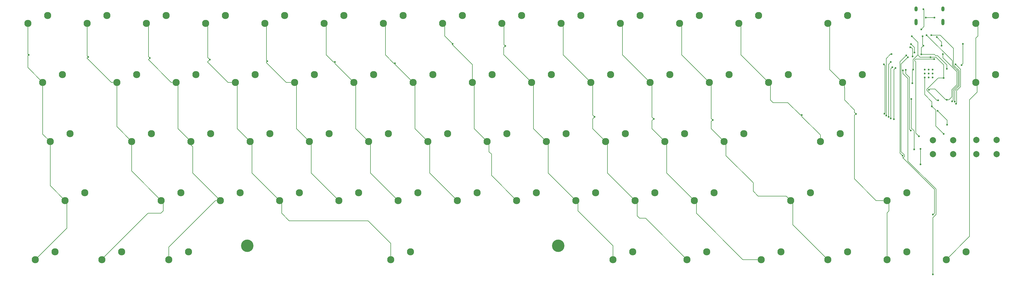
<source format=gbr>
%TF.GenerationSoftware,KiCad,Pcbnew,8.0.2*%
%TF.CreationDate,2024-06-04T18:26:38-07:00*%
%TF.ProjectId,keyboard_pcb,6b657962-6f61-4726-945f-7063622e6b69,1.0*%
%TF.SameCoordinates,Original*%
%TF.FileFunction,Copper,L1,Top*%
%TF.FilePolarity,Positive*%
%FSLAX46Y46*%
G04 Gerber Fmt 4.6, Leading zero omitted, Abs format (unit mm)*
G04 Created by KiCad (PCBNEW 8.0.2) date 2024-06-04 18:26:38*
%MOMM*%
%LPD*%
G01*
G04 APERTURE LIST*
%TA.AperFunction,ComponentPad*%
%ADD10C,2.300000*%
%TD*%
%TA.AperFunction,ComponentPad*%
%ADD11C,4.000000*%
%TD*%
%TA.AperFunction,ComponentPad*%
%ADD12C,0.600000*%
%TD*%
%TA.AperFunction,ComponentPad*%
%ADD13C,2.000000*%
%TD*%
%TA.AperFunction,ComponentPad*%
%ADD14O,1.000000X1.600000*%
%TD*%
%TA.AperFunction,ComponentPad*%
%ADD15O,1.000000X2.100000*%
%TD*%
%TA.AperFunction,ViaPad*%
%ADD16C,0.600000*%
%TD*%
%TA.AperFunction,Conductor*%
%ADD17C,0.200000*%
%TD*%
G04 APERTURE END LIST*
D10*
%TO.P,MX11,1,1*%
%TO.N,COL_11*%
X247477500Y-102816250D03*
%TO.P,MX11,2,2*%
%TO.N,Net-(D11-A)*%
X253827500Y-100276250D03*
%TD*%
%TO.P,MX18,1,1*%
%TO.N,COL_3*%
X104602500Y-121866250D03*
%TO.P,MX18,2,2*%
%TO.N,Net-(D18-A)*%
X110952500Y-119326250D03*
%TD*%
%TO.P,MX8,1,1*%
%TO.N,COL_8*%
X190327500Y-102816250D03*
%TO.P,MX8,2,2*%
%TO.N,Net-(D8-A)*%
X196677500Y-100276250D03*
%TD*%
%TO.P,MX65,1,1*%
%TO.N,COL_14*%
X333202500Y-179016250D03*
%TO.P,MX65,2,2*%
%TO.N,Net-(D65-A)*%
X339552500Y-176476250D03*
%TD*%
%TO.P,MX29,1,1*%
%TO.N,COL_14*%
X318915000Y-121866250D03*
%TO.P,MX29,2,2*%
%TO.N,Net-(D29-A)*%
X325265000Y-119326250D03*
%TD*%
%TO.P,MX14,1,1*%
%TO.N,COL_14*%
X314152500Y-102816250D03*
%TO.P,MX14,2,2*%
%TO.N,Net-(D14-A)*%
X320502500Y-100276250D03*
%TD*%
%TO.P,MX43,1,1*%
%TO.N,COL_13*%
X311771250Y-140916250D03*
%TO.P,MX43,2,2*%
%TO.N,Net-(D43-A)*%
X318121250Y-138376250D03*
%TD*%
%TO.P,MX48,1,1*%
%TO.N,COL_5*%
X156990000Y-159966250D03*
%TO.P,MX48,2,2*%
%TO.N,Net-(D48-A)*%
X163340000Y-157426250D03*
%TD*%
%TO.P,MX15,1,1*%
%TO.N,COL_15*%
X361777500Y-102816250D03*
%TO.P,MX15,2,2*%
%TO.N,Net-(D15-A)*%
X368127500Y-100276250D03*
%TD*%
%TO.P,MX49,1,1*%
%TO.N,COL_6*%
X176040000Y-159966250D03*
%TO.P,MX49,2,2*%
%TO.N,Net-(D49-A)*%
X182390000Y-157426250D03*
%TD*%
%TO.P,MX59,1,1*%
%TO.N,COL_3*%
X102221250Y-179016250D03*
%TO.P,MX59,2,2*%
%TO.N,Net-(D59-A)*%
X108571250Y-176476250D03*
%TD*%
%TO.P,MX3,1,1*%
%TO.N,COL_3*%
X95077500Y-102816250D03*
%TO.P,MX3,2,2*%
%TO.N,Net-(D3-A)*%
X101427500Y-100276250D03*
%TD*%
D11*
%TO.P,S5,*%
%TO.N,*%
X127462500Y-174571250D03*
X227475000Y-174571250D03*
%TD*%
D10*
%TO.P,MX55,1,1*%
%TO.N,COL_12*%
X302246250Y-159966250D03*
%TO.P,MX55,2,2*%
%TO.N,Net-(D55-A)*%
X308596250Y-157426250D03*
%TD*%
%TO.P,MX27,1,1*%
%TO.N,COL_12*%
X276052500Y-121866250D03*
%TO.P,MX27,2,2*%
%TO.N,Net-(D27-A)*%
X282402500Y-119326250D03*
%TD*%
%TO.P,MX50,1,1*%
%TO.N,COL_7*%
X195090000Y-159966250D03*
%TO.P,MX50,2,2*%
%TO.N,Net-(D50-A)*%
X201440000Y-157426250D03*
%TD*%
%TO.P,MX25,1,1*%
%TO.N,COL_10*%
X237952500Y-121866250D03*
%TO.P,MX25,2,2*%
%TO.N,Net-(D25-A)*%
X244302500Y-119326250D03*
%TD*%
%TO.P,MX7,1,1*%
%TO.N,COL_7*%
X171277500Y-102816250D03*
%TO.P,MX7,2,2*%
%TO.N,Net-(D7-A)*%
X177627500Y-100276250D03*
%TD*%
%TO.P,MX61,1,1*%
%TO.N,COL_9*%
X245096250Y-179016250D03*
%TO.P,MX61,2,2*%
%TO.N,Net-(D61-A)*%
X251446250Y-176476250D03*
%TD*%
%TO.P,MX36,1,1*%
%TO.N,COL_6*%
X166515000Y-140916250D03*
%TO.P,MX36,2,2*%
%TO.N,Net-(D36-A)*%
X172865000Y-138376250D03*
%TD*%
%TO.P,MX1,1,1*%
%TO.N,COL_1*%
X56977500Y-102816250D03*
%TO.P,MX1,2,2*%
%TO.N,Net-(D1-A)*%
X63327500Y-100276250D03*
%TD*%
%TO.P,MX35,1,1*%
%TO.N,COL_5*%
X147465000Y-140916250D03*
%TO.P,MX35,2,2*%
%TO.N,Net-(D35-A)*%
X153815000Y-138376250D03*
%TD*%
%TO.P,MX52,1,1*%
%TO.N,COL_9*%
X233190000Y-159966250D03*
%TO.P,MX52,2,2*%
%TO.N,Net-(D52-A)*%
X239540000Y-157426250D03*
%TD*%
%TO.P,MX20,1,1*%
%TO.N,COL_5*%
X142702500Y-121866250D03*
%TO.P,MX20,2,2*%
%TO.N,Net-(D20-A)*%
X149052500Y-119326250D03*
%TD*%
%TO.P,MX31,1,1*%
%TO.N,COL_1*%
X64121250Y-140916250D03*
%TO.P,MX31,2,2*%
%TO.N,Net-(D31-A)*%
X70471250Y-138376250D03*
%TD*%
%TO.P,MX4,1,1*%
%TO.N,COL_4*%
X114127500Y-102816250D03*
%TO.P,MX4,2,2*%
%TO.N,Net-(D4-A)*%
X120477500Y-100276250D03*
%TD*%
%TO.P,MX19,1,1*%
%TO.N,COL_4*%
X123652500Y-121866250D03*
%TO.P,MX19,2,2*%
%TO.N,Net-(D19-A)*%
X130002500Y-119326250D03*
%TD*%
%TO.P,MX34,1,1*%
%TO.N,COL_4*%
X128415000Y-140916250D03*
%TO.P,MX34,2,2*%
%TO.N,Net-(D34-A)*%
X134765000Y-138376250D03*
%TD*%
%TO.P,MX46,1,1*%
%TO.N,COL_3*%
X118890000Y-159966250D03*
%TO.P,MX46,2,2*%
%TO.N,Net-(D46-A)*%
X125240000Y-157426250D03*
%TD*%
%TO.P,MX53,1,1*%
%TO.N,COL_10*%
X252240000Y-159966250D03*
%TO.P,MX53,2,2*%
%TO.N,Net-(D53-A)*%
X258590000Y-157426250D03*
%TD*%
%TO.P,MX16,1,1*%
%TO.N,COL_1*%
X61740000Y-121866250D03*
%TO.P,MX16,2,2*%
%TO.N,Net-(D16-A)*%
X68090000Y-119326250D03*
%TD*%
%TO.P,MX38,1,1*%
%TO.N,COL_8*%
X204615000Y-140916250D03*
%TO.P,MX38,2,2*%
%TO.N,Net-(D38-A)*%
X210965000Y-138376250D03*
%TD*%
%TO.P,MX64,1,1*%
%TO.N,COL_12*%
X314152500Y-179016250D03*
%TO.P,MX64,2,2*%
%TO.N,Net-(D64-A)*%
X320502500Y-176476250D03*
%TD*%
%TO.P,MX41,1,1*%
%TO.N,COL_11*%
X261765000Y-140916250D03*
%TO.P,MX41,2,2*%
%TO.N,Net-(D41-A)*%
X268115000Y-138376250D03*
%TD*%
%TO.P,MX21,1,1*%
%TO.N,COL_6*%
X161752500Y-121866250D03*
%TO.P,MX21,2,2*%
%TO.N,Net-(D21-A)*%
X168102500Y-119326250D03*
%TD*%
%TO.P,MX56,1,1*%
%TO.N,COL_14*%
X333202500Y-159966250D03*
%TO.P,MX56,2,2*%
%TO.N,Net-(D56-A)*%
X339552500Y-157426250D03*
%TD*%
%TO.P,MX23,1,1*%
%TO.N,COL_8*%
X199852500Y-121866250D03*
%TO.P,MX23,2,2*%
%TO.N,Net-(D23-A)*%
X206202500Y-119326250D03*
%TD*%
%TO.P,MX51,1,1*%
%TO.N,COL_8*%
X214140000Y-159966250D03*
%TO.P,MX51,2,2*%
%TO.N,Net-(D51-A)*%
X220490000Y-157426250D03*
%TD*%
%TO.P,MX58,1,1*%
%TO.N,COL_2*%
X80790000Y-179016250D03*
%TO.P,MX58,2,2*%
%TO.N,Net-(D58-A)*%
X87140000Y-176476250D03*
%TD*%
%TO.P,MX40,1,1*%
%TO.N,COL_10*%
X242715000Y-140916250D03*
%TO.P,MX40,2,2*%
%TO.N,Net-(D40-A)*%
X249065000Y-138376250D03*
%TD*%
%TO.P,MX32,1,1*%
%TO.N,COL_2*%
X90315000Y-140916250D03*
%TO.P,MX32,2,2*%
%TO.N,Net-(D32-A)*%
X96665000Y-138376250D03*
%TD*%
%TO.P,MX5,1,1*%
%TO.N,COL_5*%
X133177500Y-102816250D03*
%TO.P,MX5,2,2*%
%TO.N,Net-(D5-A)*%
X139527500Y-100276250D03*
%TD*%
%TO.P,MX10,1,1*%
%TO.N,COL_10*%
X228427500Y-102816250D03*
%TO.P,MX10,2,2*%
%TO.N,Net-(D10-A)*%
X234777500Y-100276250D03*
%TD*%
%TO.P,MX66,1,1*%
%TO.N,COL_15*%
X352252500Y-179016250D03*
%TO.P,MX66,2,2*%
%TO.N,Net-(D66-A)*%
X358602500Y-176476250D03*
%TD*%
%TO.P,MX33,1,1*%
%TO.N,COL_3*%
X109365000Y-140916250D03*
%TO.P,MX33,2,2*%
%TO.N,Net-(D33-A)*%
X115715000Y-138376250D03*
%TD*%
%TO.P,MX44,1,1*%
%TO.N,COL_1*%
X68883750Y-159966250D03*
%TO.P,MX44,2,2*%
%TO.N,Net-(D44-A)*%
X75233750Y-157426250D03*
%TD*%
%TO.P,MX30,1,1*%
%TO.N,COL_15*%
X361777500Y-121866250D03*
%TO.P,MX30,2,2*%
%TO.N,Net-(D30-A)*%
X368127500Y-119326250D03*
%TD*%
%TO.P,MX12,1,1*%
%TO.N,COL_12*%
X266527500Y-102816250D03*
%TO.P,MX12,2,2*%
%TO.N,Net-(D12-A)*%
X272877500Y-100276250D03*
%TD*%
%TO.P,MX63,1,1*%
%TO.N,COL_11*%
X292721250Y-179016250D03*
%TO.P,MX63,2,2*%
%TO.N,Net-(D63-A)*%
X299071250Y-176476250D03*
%TD*%
%TO.P,MX6,1,1*%
%TO.N,COL_6*%
X152227500Y-102816250D03*
%TO.P,MX6,2,2*%
%TO.N,Net-(D6-A)*%
X158577500Y-100276250D03*
%TD*%
%TO.P,MX17,1,1*%
%TO.N,COL_2*%
X85552500Y-121866250D03*
%TO.P,MX17,2,2*%
%TO.N,Net-(D17-A)*%
X91902500Y-119326250D03*
%TD*%
%TO.P,MX54,1,1*%
%TO.N,COL_11*%
X271290000Y-159966250D03*
%TO.P,MX54,2,2*%
%TO.N,Net-(D54-A)*%
X277640000Y-157426250D03*
%TD*%
%TO.P,MX26,1,1*%
%TO.N,COL_11*%
X257002500Y-121866250D03*
%TO.P,MX26,2,2*%
%TO.N,Net-(D26-A)*%
X263352500Y-119326250D03*
%TD*%
%TO.P,MX22,1,1*%
%TO.N,COL_7*%
X180802500Y-121866250D03*
%TO.P,MX22,2,2*%
%TO.N,Net-(D22-A)*%
X187152500Y-119326250D03*
%TD*%
%TO.P,MX47,1,1*%
%TO.N,COL_4*%
X137940000Y-159966250D03*
%TO.P,MX47,2,2*%
%TO.N,Net-(D47-A)*%
X144290000Y-157426250D03*
%TD*%
%TO.P,MX13,1,1*%
%TO.N,COL_13*%
X285577500Y-102816250D03*
%TO.P,MX13,2,2*%
%TO.N,Net-(D13-A)*%
X291927500Y-100276250D03*
%TD*%
%TO.P,MX62,1,1*%
%TO.N,COL_10*%
X268908750Y-179016250D03*
%TO.P,MX62,2,2*%
%TO.N,Net-(D62-A)*%
X275258750Y-176476250D03*
%TD*%
%TO.P,MX60,1,1*%
%TO.N,COL_4*%
X173658750Y-179016250D03*
%TO.P,MX60,2,2*%
%TO.N,Net-(D60-A)*%
X180008750Y-176476250D03*
%TD*%
%TO.P,MX28,1,1*%
%TO.N,COL_13*%
X295102500Y-121866250D03*
%TO.P,MX28,2,2*%
%TO.N,Net-(D28-A)*%
X301452500Y-119326250D03*
%TD*%
%TO.P,MX45,1,1*%
%TO.N,COL_2*%
X99840000Y-159966250D03*
%TO.P,MX45,2,2*%
%TO.N,Net-(D45-A)*%
X106190000Y-157426250D03*
%TD*%
%TO.P,MX2,1,1*%
%TO.N,COL_2*%
X76027500Y-102816250D03*
%TO.P,MX2,2,2*%
%TO.N,Net-(D2-A)*%
X82377500Y-100276250D03*
%TD*%
%TO.P,MX24,1,1*%
%TO.N,COL_9*%
X218902500Y-121866250D03*
%TO.P,MX24,2,2*%
%TO.N,Net-(D24-A)*%
X225252500Y-119326250D03*
%TD*%
%TO.P,MX9,1,1*%
%TO.N,COL_9*%
X209377500Y-102816250D03*
%TO.P,MX9,2,2*%
%TO.N,Net-(D9-A)*%
X215727500Y-100276250D03*
%TD*%
%TO.P,MX57,1,1*%
%TO.N,COL_1*%
X59358750Y-179016250D03*
%TO.P,MX57,2,2*%
%TO.N,Net-(D57-A)*%
X65708750Y-176476250D03*
%TD*%
%TO.P,MX42,1,1*%
%TO.N,COL_12*%
X280815000Y-140916250D03*
%TO.P,MX42,2,2*%
%TO.N,Net-(D42-A)*%
X287165000Y-138376250D03*
%TD*%
%TO.P,MX37,1,1*%
%TO.N,COL_7*%
X185565000Y-140916250D03*
%TO.P,MX37,2,2*%
%TO.N,Net-(D37-A)*%
X191915000Y-138376250D03*
%TD*%
%TO.P,MX39,1,1*%
%TO.N,COL_9*%
X223665000Y-140916250D03*
%TO.P,MX39,2,2*%
%TO.N,Net-(D39-A)*%
X230015000Y-138376250D03*
%TD*%
D12*
%TO.P,U3,57,GND*%
%TO.N,GND*%
X345337500Y-117743750D03*
X345337500Y-119018750D03*
X345337500Y-120293750D03*
X346612500Y-117743750D03*
X346612500Y-119018750D03*
X346612500Y-120293750D03*
X347887500Y-117743750D03*
X347887500Y-119018750D03*
X347887500Y-120293750D03*
%TD*%
D13*
%TO.P,SW2,1,1*%
%TO.N,GND*%
X368450000Y-140468750D03*
X361950000Y-140468750D03*
%TO.P,SW2,2,2*%
%TO.N,Net-(U3-RUN)*%
X368450000Y-144968750D03*
X361950000Y-144968750D03*
%TD*%
%TO.P,SW1,1,1*%
%TO.N,GND*%
X354450000Y-140518750D03*
X347950000Y-140518750D03*
%TO.P,SW1,2,2*%
%TO.N,Net-(R4-Pad1)*%
X354450000Y-145018750D03*
X347950000Y-145018750D03*
%TD*%
D14*
%TO.P,J1,S1,SHIELD*%
%TO.N,GND*%
X342568750Y-98212500D03*
D15*
X342568750Y-102392500D03*
D14*
X351208750Y-98212500D03*
D15*
X351208750Y-102392500D03*
%TD*%
D16*
%TO.N,GND*%
X344950000Y-98268750D03*
X344200000Y-104768750D03*
X344950000Y-110018750D03*
X352450000Y-117518750D03*
X351450000Y-138518750D03*
X347650000Y-129618750D03*
X350749289Y-110004030D03*
X349200000Y-107268750D03*
X344250000Y-112868750D03*
X344700000Y-107018750D03*
%TO.N,Net-(U1-VI)*%
X345700000Y-101018750D03*
X348450000Y-101018750D03*
%TO.N,Net-(U3-VREG_VOUT)*%
X352450000Y-127518750D03*
X351158795Y-112709955D03*
X346700000Y-124268750D03*
%TO.N,ROW_1*%
X357200000Y-116268750D03*
X357650000Y-109418750D03*
%TO.N,COL_1*%
X57200000Y-113018750D03*
%TO.N,COL_2*%
X76325000Y-113643750D03*
%TO.N,COL_3*%
X96200000Y-114018750D03*
%TO.N,COL_4*%
X115450000Y-114518750D03*
%TO.N,COL_5*%
X133950000Y-115018750D03*
%TO.N,COL_6*%
X155700000Y-115268750D03*
%TO.N,COL_7*%
X174950000Y-115668750D03*
%TO.N,COL_8*%
X193493750Y-109475000D03*
X340950000Y-109568750D03*
X342050000Y-112268750D03*
%TO.N,COL_9*%
X340700000Y-110518750D03*
X210450000Y-110118750D03*
X341450000Y-113518750D03*
%TO.N,COL_10*%
X334450000Y-115268750D03*
X239200000Y-133018750D03*
X333700000Y-133018750D03*
%TO.N,COL_11*%
X334450000Y-133518750D03*
X334950000Y-117018750D03*
X258200000Y-133618750D03*
%TO.N,COL_12*%
X335950000Y-117268750D03*
X277200000Y-134018750D03*
X335450000Y-133768750D03*
%TO.N,COL_13*%
X332950000Y-132519670D03*
X305818750Y-132418750D03*
X334700000Y-112768750D03*
%TO.N,COL_14*%
X332200000Y-116018750D03*
X332350000Y-131953463D03*
X323200000Y-132018750D03*
%TO.N,COL_15*%
X340850000Y-137418750D03*
X339250000Y-117818750D03*
%TO.N,Net-(U3-USB_DP)*%
X347450000Y-106668750D03*
X354950000Y-128094053D03*
%TO.N,Net-(U2-~{CS})*%
X341050000Y-127218750D03*
X341925000Y-143518750D03*
%TO.N,Net-(U3-USB_DM)*%
X354150000Y-128018750D03*
X345958060Y-106660690D03*
%TO.N,Net-(U3-RUN)*%
X343450000Y-139218750D03*
X343950000Y-148268750D03*
X348351471Y-114367279D03*
X343950000Y-143268750D03*
%TO.N,ROW_5*%
X338350000Y-118018750D03*
X347950000Y-183768750D03*
%TO.N,ROW_3*%
X339384313Y-113203063D03*
X338200000Y-145518750D03*
%TO.N,ROW_4*%
X339950000Y-113768750D03*
X347950000Y-164518750D03*
%TO.N,3v3*%
X341350000Y-122118750D03*
X349450000Y-131018750D03*
X352500000Y-135518750D03*
X347200000Y-113768750D03*
X341605619Y-117763131D03*
X341200000Y-107018750D03*
X351450000Y-120418750D03*
X349634506Y-127611246D03*
%TO.N,ROW_2*%
X355450000Y-128718750D03*
X355200000Y-116018750D03*
%TD*%
D17*
%TO.N,GND*%
X344200000Y-104768750D02*
X345100000Y-103868750D01*
X344250000Y-112868750D02*
X344250000Y-110718750D01*
X344700000Y-109768750D02*
X344700000Y-107018750D01*
X348801471Y-113218750D02*
X349450000Y-113218750D01*
X347650000Y-129618750D02*
X348850000Y-130818750D01*
X347650000Y-128118750D02*
X345337500Y-125806250D01*
X349450000Y-113218750D02*
X352450000Y-116218750D01*
X348850000Y-130818750D02*
X348850000Y-135918750D01*
X344250000Y-110718750D02*
X344950000Y-110018750D01*
X348451471Y-112868750D02*
X348801471Y-113218750D01*
X350749289Y-108818039D02*
X349200000Y-107268750D01*
X348850000Y-135918750D02*
X351450000Y-138518750D01*
X350749289Y-110004030D02*
X350749289Y-108818039D01*
X345100000Y-103868750D02*
X345100000Y-98418750D01*
X352450000Y-116218750D02*
X352450000Y-117518750D01*
X345100000Y-98418750D02*
X344950000Y-98268750D01*
X344250000Y-112868750D02*
X348451471Y-112868750D01*
X347650000Y-129618750D02*
X347650000Y-128118750D01*
X345337500Y-125806250D02*
X345337500Y-120293750D01*
X344950000Y-110018750D02*
X344700000Y-109768750D01*
%TO.N,Net-(U1-VI)*%
X345700000Y-101018750D02*
X348450000Y-101018750D01*
%TO.N,Net-(U3-VREG_VOUT)*%
X355650000Y-118448651D02*
X355650000Y-122687378D01*
X352150000Y-127518750D02*
X348650000Y-124018750D01*
X354084314Y-126584436D02*
X353150000Y-127518750D01*
X348650000Y-124018750D02*
X346950000Y-124018750D01*
X351158795Y-113957446D02*
X355650000Y-118448651D01*
X354084314Y-124253064D02*
X354084314Y-126584436D01*
X355650000Y-122687378D02*
X354084314Y-124253064D01*
X351158795Y-112709955D02*
X351158795Y-113957446D01*
X353150000Y-127518750D02*
X352450000Y-127518750D01*
X352450000Y-127518750D02*
X352150000Y-127518750D01*
X346950000Y-124018750D02*
X346700000Y-124268750D01*
%TO.N,ROW_1*%
X357650000Y-109418750D02*
X357650000Y-115818750D01*
X357650000Y-115818750D02*
X357200000Y-116268750D01*
%TO.N,COL_1*%
X61740000Y-138535000D02*
X64121250Y-140916250D01*
X57200000Y-113018750D02*
X56977500Y-113241250D01*
X61740000Y-121866250D02*
X61740000Y-138535000D01*
X56977500Y-113241250D02*
X56977500Y-117103750D01*
X56977500Y-102816250D02*
X56977500Y-112796250D01*
X68883750Y-159966250D02*
X69518750Y-160601250D01*
X69518750Y-168856250D02*
X59358750Y-179016250D01*
X64121250Y-140916250D02*
X64121250Y-155203750D01*
X56977500Y-117103750D02*
X61740000Y-121866250D01*
X64121250Y-155203750D02*
X68883750Y-159966250D01*
X69518750Y-160601250D02*
X69518750Y-168856250D01*
X56977500Y-112796250D02*
X57200000Y-113018750D01*
%TO.N,COL_2*%
X100475000Y-163300000D02*
X99681250Y-164093750D01*
X85552500Y-136153750D02*
X90315000Y-140916250D01*
X80790000Y-178900000D02*
X80790000Y-179016250D01*
X90315000Y-140916250D02*
X90315000Y-150441250D01*
X99681250Y-164093750D02*
X95596250Y-164093750D01*
X75950000Y-114018750D02*
X83797500Y-121866250D01*
X76027500Y-113346250D02*
X76027500Y-102816250D01*
X90315000Y-150441250D02*
X99840000Y-159966250D01*
X95596250Y-164093750D02*
X80790000Y-178900000D01*
X76325000Y-113643750D02*
X76027500Y-113346250D01*
X76325000Y-113643750D02*
X75950000Y-114018750D01*
X83797500Y-121866250D02*
X85552500Y-121866250D01*
X85552500Y-121866250D02*
X85552500Y-136153750D01*
X100475000Y-160601250D02*
X100475000Y-163300000D01*
X99840000Y-159966250D02*
X100475000Y-160601250D01*
%TO.N,COL_3*%
X109365000Y-140916250D02*
X109365000Y-142027500D01*
X110000000Y-151076250D02*
X118890000Y-159966250D01*
X95700000Y-114518750D02*
X103047500Y-121866250D01*
X96200000Y-114018750D02*
X95700000Y-114518750D01*
X104602500Y-121866250D02*
X104602500Y-122183750D01*
X95712500Y-112976250D02*
X95712500Y-113531250D01*
X109365000Y-142027500D02*
X110000000Y-142662500D01*
X102221250Y-175008655D02*
X102221250Y-179016250D01*
X117263655Y-159966250D02*
X102221250Y-175008655D01*
X105237500Y-136788750D02*
X109365000Y-140916250D01*
X105237500Y-122818750D02*
X105237500Y-136788750D01*
X95712500Y-113531250D02*
X96200000Y-114018750D01*
X110000000Y-142662500D02*
X110000000Y-151076250D01*
X103047500Y-121866250D02*
X104602500Y-121866250D01*
X95077500Y-102816250D02*
X95712500Y-103451250D01*
X104602500Y-122183750D02*
X105237500Y-122818750D01*
X95712500Y-103451250D02*
X95712500Y-112976250D01*
X118890000Y-159966250D02*
X117263655Y-159966250D01*
%TO.N,COL_4*%
X123652500Y-122183750D02*
X124287500Y-122818750D01*
X173658750Y-173777500D02*
X173658750Y-179016250D01*
X115450000Y-114518750D02*
X114700000Y-115268750D01*
X140956250Y-166475000D02*
X166356250Y-166475000D01*
X121297500Y-121866250D02*
X123652500Y-121866250D01*
X123652500Y-121866250D02*
X123652500Y-122183750D01*
X114127500Y-102816250D02*
X114762500Y-103451250D01*
X129050000Y-141551250D02*
X129050000Y-151076250D01*
X129050000Y-151076250D02*
X137940000Y-159966250D01*
X124287500Y-136788750D02*
X128415000Y-140916250D01*
X114762500Y-113831250D02*
X115450000Y-114518750D01*
X124287500Y-122818750D02*
X124287500Y-136788750D01*
X114762500Y-103451250D02*
X114762500Y-113831250D01*
X128415000Y-140916250D02*
X129050000Y-141551250D01*
X166356250Y-166475000D02*
X173658750Y-173777500D01*
X138575000Y-160601250D02*
X138575000Y-164093750D01*
X114700000Y-115268750D02*
X121297500Y-121866250D01*
X138575000Y-164093750D02*
X140956250Y-166475000D01*
X137940000Y-159966250D02*
X138575000Y-160601250D01*
%TO.N,COL_5*%
X147465000Y-141233750D02*
X148100000Y-141868750D01*
X133700000Y-115268750D02*
X133700000Y-115518750D01*
X133950000Y-115018750D02*
X133700000Y-115268750D01*
X133700000Y-114768750D02*
X133950000Y-115018750D01*
X133700000Y-115518750D02*
X140047500Y-121866250D01*
X147465000Y-140916250D02*
X147465000Y-141233750D01*
X140047500Y-121866250D02*
X142702500Y-121866250D01*
X143337500Y-122818750D02*
X143337500Y-136788750D01*
X142702500Y-122183750D02*
X143337500Y-122818750D01*
X133177500Y-102816250D02*
X133812500Y-103451250D01*
X133177500Y-102816250D02*
X133700000Y-103338750D01*
X148100000Y-141868750D02*
X148100000Y-151076250D01*
X143337500Y-136788750D02*
X147465000Y-140916250D01*
X133700000Y-103338750D02*
X133700000Y-114768750D01*
X148100000Y-151076250D02*
X156990000Y-159966250D01*
X142702500Y-121866250D02*
X142702500Y-122183750D01*
%TO.N,COL_6*%
X167150000Y-151076250D02*
X176040000Y-159966250D01*
X152862500Y-103451250D02*
X152227500Y-102816250D01*
X162387500Y-136788750D02*
X166515000Y-140916250D01*
X161752500Y-121866250D02*
X162387500Y-122501250D01*
X166515000Y-140916250D02*
X167150000Y-141551250D01*
X167150000Y-141551250D02*
X167150000Y-151076250D01*
X155155000Y-115268750D02*
X152862500Y-112976250D01*
X162387500Y-122501250D02*
X162387500Y-136788750D01*
X155700000Y-115813750D02*
X161752500Y-121866250D01*
X155700000Y-115268750D02*
X155700000Y-115813750D01*
X155700000Y-115268750D02*
X155155000Y-115268750D01*
X152862500Y-112976250D02*
X152862500Y-103451250D01*
%TO.N,COL_7*%
X186200000Y-141551250D02*
X186200000Y-151076250D01*
X181437500Y-136788750D02*
X185565000Y-140916250D01*
X185565000Y-140916250D02*
X186200000Y-141551250D01*
X186200000Y-151076250D02*
X195090000Y-159966250D01*
X174950000Y-116013750D02*
X180802500Y-121866250D01*
X181437500Y-122501250D02*
X181437500Y-136788750D01*
X174950000Y-115668750D02*
X174950000Y-116013750D01*
X180802500Y-121866250D02*
X181437500Y-122501250D01*
X174950000Y-115668750D02*
X174605000Y-115668750D01*
X171912500Y-103451250D02*
X171277500Y-102816250D01*
X171912500Y-112976250D02*
X171912500Y-103451250D01*
X174605000Y-115668750D02*
X171912500Y-112976250D01*
%TO.N,COL_8*%
X200487500Y-136788750D02*
X204615000Y-140916250D01*
X193493750Y-109475000D02*
X193493750Y-109812500D01*
X205250000Y-141551250D02*
X205250000Y-144250000D01*
X193493750Y-109812500D02*
X199852500Y-116171250D01*
X200487500Y-122501250D02*
X200487500Y-136788750D01*
X205250000Y-144250000D02*
X206043750Y-145043750D01*
X342050000Y-112268750D02*
X342050000Y-110668750D01*
X199852500Y-121866250D02*
X200487500Y-122501250D01*
X193493750Y-109475000D02*
X190962500Y-106943750D01*
X199852500Y-116171250D02*
X199852500Y-121866250D01*
X206043750Y-151870000D02*
X214140000Y-159966250D01*
X206043750Y-145043750D02*
X206043750Y-151870000D01*
X190962500Y-106943750D02*
X190962500Y-103451250D01*
X204615000Y-140916250D02*
X205250000Y-141551250D01*
X190962500Y-103451250D02*
X190327500Y-102816250D01*
X342050000Y-110668750D02*
X340950000Y-109568750D01*
%TO.N,COL_9*%
X341450000Y-111018750D02*
X340950000Y-110518750D01*
X224300000Y-151076250D02*
X233190000Y-159966250D01*
X223665000Y-140916250D02*
X224300000Y-141551250D01*
X219537500Y-122501250D02*
X219537500Y-136788750D01*
X218902500Y-121866250D02*
X219537500Y-122501250D01*
X233190000Y-159966250D02*
X233825000Y-160601250D01*
X210450000Y-110118750D02*
X210012500Y-109681250D01*
X219537500Y-136788750D02*
X223665000Y-140916250D01*
X245096250Y-174571250D02*
X245096250Y-179016250D01*
X210012500Y-103451250D02*
X209377500Y-102816250D01*
X233825000Y-160601250D02*
X233825000Y-163300000D01*
X210450000Y-110118750D02*
X209950000Y-110618750D01*
X209950000Y-112913750D02*
X218902500Y-121866250D01*
X341450000Y-113518750D02*
X341450000Y-111018750D01*
X233825000Y-163300000D02*
X245096250Y-174571250D01*
X210012500Y-109681250D02*
X210012500Y-103451250D01*
X209950000Y-110618750D02*
X209950000Y-112913750D01*
X340950000Y-110518750D02*
X340700000Y-110518750D01*
X224300000Y-141551250D02*
X224300000Y-151076250D01*
%TO.N,COL_10*%
X239200000Y-133018750D02*
X238587500Y-132406250D01*
X252240000Y-159966250D02*
X252875000Y-160601250D01*
X238587500Y-133631250D02*
X238587500Y-136788750D01*
X243350000Y-141551250D02*
X243350000Y-151076250D01*
X238587500Y-132406250D02*
X238587500Y-122501250D01*
X229062500Y-103451250D02*
X229062500Y-112976250D01*
X242715000Y-140916250D02*
X243350000Y-141551250D01*
X252875000Y-160601250D02*
X252875000Y-164887500D01*
X238587500Y-122501250D02*
X237952500Y-121866250D01*
X238587500Y-136788750D02*
X242715000Y-140916250D01*
X253668750Y-165681250D02*
X255573750Y-165681250D01*
X229062500Y-112976250D02*
X237952500Y-121866250D01*
X255573750Y-165681250D02*
X268908750Y-179016250D01*
X243350000Y-151076250D02*
X252240000Y-159966250D01*
X333700000Y-116018750D02*
X334450000Y-115268750D01*
X239200000Y-133018750D02*
X238587500Y-133631250D01*
X228427500Y-102816250D02*
X229062500Y-103451250D01*
X333700000Y-133018750D02*
X333700000Y-116018750D01*
X252875000Y-164887500D02*
X253668750Y-165681250D01*
%TO.N,COL_11*%
X271290000Y-159966250D02*
X271925000Y-160601250D01*
X248112500Y-112976250D02*
X257002500Y-121866250D01*
X257637500Y-122501250D02*
X257002500Y-121866250D01*
X262400000Y-141551250D02*
X262400000Y-151076250D01*
X258200000Y-133618750D02*
X257637500Y-134181250D01*
X271925000Y-160601250D02*
X271925000Y-164093750D01*
X334450000Y-117518750D02*
X334950000Y-117018750D01*
X258200000Y-133618750D02*
X257637500Y-133056250D01*
X286847500Y-179016250D02*
X292721250Y-179016250D01*
X247477500Y-102816250D02*
X248112500Y-103451250D01*
X257637500Y-133056250D02*
X257637500Y-122501250D01*
X334450000Y-133518750D02*
X334450000Y-117518750D01*
X248112500Y-103451250D02*
X248112500Y-112976250D01*
X261765000Y-140916250D02*
X262400000Y-141551250D01*
X262400000Y-151076250D02*
X271290000Y-159966250D01*
X271925000Y-164093750D02*
X286847500Y-179016250D01*
X257637500Y-134181250D02*
X257637500Y-136788750D01*
X257637500Y-136788750D02*
X261765000Y-140916250D01*
%TO.N,COL_12*%
X302246250Y-159966250D02*
X302881250Y-160601250D01*
X302881250Y-167745000D02*
X314152500Y-179016250D01*
X291768750Y-158537500D02*
X300817500Y-158537500D01*
X266527500Y-102816250D02*
X267162500Y-103451250D01*
X276687500Y-133506250D02*
X276687500Y-122501250D01*
X277200000Y-134018750D02*
X276687500Y-134531250D01*
X335450000Y-117768750D02*
X335950000Y-117268750D01*
X335450000Y-133768750D02*
X335450000Y-117768750D01*
X302881250Y-160601250D02*
X302881250Y-167745000D01*
X276687500Y-122501250D02*
X276052500Y-121866250D01*
X267162500Y-103451250D02*
X267162500Y-112976250D01*
X267162500Y-112976250D02*
X276052500Y-121866250D01*
X290181250Y-154202736D02*
X290181250Y-156950000D01*
X277200000Y-134018750D02*
X276687500Y-133506250D01*
X276687500Y-134531250D02*
X276687500Y-136788750D01*
X281450000Y-141551250D02*
X281450000Y-145471486D01*
X280815000Y-140916250D02*
X281450000Y-141551250D01*
X290181250Y-156950000D02*
X291768750Y-158537500D01*
X276687500Y-136788750D02*
X280815000Y-140916250D01*
X281450000Y-145471486D02*
X290181250Y-154202736D01*
X300817500Y-158537500D02*
X302246250Y-159966250D01*
%TO.N,COL_13*%
X305818750Y-132418750D02*
X305337500Y-132418750D01*
X285577500Y-102816250D02*
X285577500Y-103133750D01*
X305818750Y-132900000D02*
X311771250Y-138852500D01*
X332950000Y-114170221D02*
X334351471Y-112768750D01*
X286212500Y-112976250D02*
X295102500Y-121866250D01*
X311771250Y-138852500D02*
X311771250Y-140916250D01*
X295737500Y-127581250D02*
X295737500Y-122501250D01*
X301293750Y-128375000D02*
X296531250Y-128375000D01*
X332950000Y-132519670D02*
X332950000Y-114170221D01*
X286212500Y-103768750D02*
X286212500Y-112976250D01*
X285577500Y-103133750D02*
X286212500Y-103768750D01*
X334351471Y-112768750D02*
X334700000Y-112768750D01*
X295737500Y-122501250D02*
X295102500Y-121866250D01*
X305337500Y-132418750D02*
X301293750Y-128375000D01*
X296531250Y-128375000D02*
X295737500Y-127581250D01*
X305818750Y-132418750D02*
X305818750Y-132900000D01*
%TO.N,COL_14*%
X323200000Y-132018750D02*
X322725000Y-131543750D01*
X314152500Y-102816250D02*
X314787500Y-103451250D01*
X319550000Y-123612500D02*
X319550000Y-122501250D01*
X329710000Y-159966250D02*
X333202500Y-159966250D01*
X322725000Y-131543750D02*
X322725000Y-130756250D01*
X333837500Y-160601250D02*
X333837500Y-163300000D01*
X322725000Y-132493750D02*
X322725000Y-152981250D01*
X333837500Y-163300000D02*
X333202500Y-163935000D01*
X332200000Y-116018750D02*
X332550000Y-116368750D01*
X322725000Y-130756250D02*
X319571250Y-127602500D01*
X322725000Y-152981250D02*
X329710000Y-159966250D01*
X314787500Y-117738750D02*
X318915000Y-121866250D01*
X314787500Y-103451250D02*
X314787500Y-117738750D01*
X333202500Y-163935000D02*
X333202500Y-179016250D01*
X333202500Y-159966250D02*
X333837500Y-160601250D01*
X323200000Y-132018750D02*
X322725000Y-132493750D01*
X332550000Y-131753463D02*
X332350000Y-131953463D01*
X319550000Y-122501250D02*
X318915000Y-121866250D01*
X319571250Y-127602500D02*
X319571250Y-123633750D01*
X332550000Y-116368750D02*
X332550000Y-131753463D01*
X319571250Y-123633750D02*
X319550000Y-123612500D01*
%TO.N,COL_15*%
X362412500Y-106943750D02*
X361777500Y-107578750D01*
X361777500Y-121866250D02*
X362200000Y-122288750D01*
X359750000Y-171518750D02*
X352252500Y-179016250D01*
X362200000Y-125018750D02*
X359750000Y-127468750D01*
X340450000Y-120318750D02*
X339250000Y-119118750D01*
X340850000Y-137418750D02*
X340450000Y-137018750D01*
X362200000Y-122288750D02*
X362200000Y-125018750D01*
X362412500Y-103451250D02*
X362412500Y-106943750D01*
X359750000Y-127468750D02*
X359750000Y-171518750D01*
X339250000Y-119118750D02*
X339250000Y-117818750D01*
X361777500Y-107578750D02*
X361777500Y-121866250D01*
X361777500Y-102816250D02*
X362412500Y-103451250D01*
X340450000Y-137018750D02*
X340450000Y-120318750D01*
%TO.N,Net-(U3-USB_DP)*%
X356450000Y-123018750D02*
X354950000Y-124518750D01*
X354950000Y-124518750D02*
X354950000Y-128094053D01*
X354600000Y-116267279D02*
X356450000Y-118117279D01*
X356450000Y-118117279D02*
X356450000Y-123018750D01*
X347450000Y-106668750D02*
X350350000Y-106668750D01*
X354600000Y-110918750D02*
X354600000Y-116267279D01*
X350350000Y-106668750D02*
X354600000Y-110918750D01*
%TO.N,Net-(U2-~{CS})*%
X341925000Y-137493750D02*
X341925000Y-143518750D01*
X341050000Y-136618750D02*
X341050000Y-127218750D01*
X341050000Y-136618750D02*
X341925000Y-137493750D01*
%TO.N,Net-(U3-USB_DM)*%
X354484314Y-124418750D02*
X356050000Y-122853064D01*
X354200000Y-116432965D02*
X354200000Y-114902630D01*
X354200000Y-114902630D02*
X345958060Y-106660690D01*
X354484314Y-127684436D02*
X354484314Y-124418750D01*
X356050000Y-118282965D02*
X354200000Y-116432965D01*
X354150000Y-128018750D02*
X354484314Y-127684436D01*
X356050000Y-122853064D02*
X356050000Y-118282965D01*
%TO.N,Net-(U3-RUN)*%
X348350000Y-114368750D02*
X342400000Y-114368750D01*
X342450000Y-138218750D02*
X343450000Y-139218750D01*
X343950000Y-143268750D02*
X343950000Y-148268750D01*
X348351471Y-114367279D02*
X348350000Y-114368750D01*
X342400000Y-114368750D02*
X342150000Y-114618750D01*
X342150000Y-114918750D02*
X342450000Y-115218750D01*
X342450000Y-115218750D02*
X342450000Y-138218750D01*
X342150000Y-114618750D02*
X342150000Y-114918750D01*
%TO.N,ROW_5*%
X338350000Y-119018750D02*
X338350000Y-118018750D01*
X339950000Y-120618750D02*
X338350000Y-119018750D01*
X348950000Y-164518750D02*
X348950000Y-156268750D01*
X347950000Y-183768750D02*
X347950000Y-165518750D01*
X348950000Y-156268750D02*
X339950000Y-147268750D01*
X347950000Y-165518750D02*
X348950000Y-164518750D01*
X339950000Y-147268750D02*
X339950000Y-120618750D01*
%TO.N,ROW_3*%
X338200000Y-145518750D02*
X337350000Y-144668750D01*
X337350000Y-115237376D02*
X339384313Y-113203063D01*
X337350000Y-144668750D02*
X337350000Y-115237376D01*
%TO.N,ROW_4*%
X338448529Y-146118750D02*
X338800000Y-145767279D01*
X347950000Y-164518750D02*
X348450000Y-164018750D01*
X348450000Y-156367279D02*
X338201471Y-146118750D01*
X338201471Y-146118750D02*
X338448529Y-146118750D01*
X348450000Y-164018750D02*
X348450000Y-156367279D01*
X338800000Y-145270221D02*
X337750000Y-144220221D01*
X338800000Y-145767279D02*
X338800000Y-145270221D01*
X337750000Y-115968750D02*
X339950000Y-113768750D01*
X337750000Y-144220221D02*
X337750000Y-115968750D01*
%TO.N,3v3*%
X346012500Y-124429779D02*
X349193967Y-127611246D01*
X347200000Y-113768750D02*
X343851471Y-113768750D01*
X348998529Y-113767279D02*
X347201471Y-113767279D01*
X351450000Y-120418750D02*
X349650000Y-120418750D01*
X349450000Y-131018750D02*
X352500000Y-134068750D01*
X347201471Y-113767279D02*
X347200000Y-113768750D01*
X352500000Y-134068750D02*
X352500000Y-135518750D01*
X343100000Y-113017279D02*
X343100000Y-108918750D01*
X349650000Y-120418750D02*
X346012500Y-124056250D01*
X341605619Y-117763131D02*
X341605619Y-114511660D01*
X346012500Y-124056250D02*
X346012500Y-124429779D01*
X341605619Y-117763131D02*
X341350000Y-118018750D01*
X341350000Y-118018750D02*
X341350000Y-122118750D01*
X351450000Y-116218750D02*
X348998529Y-113767279D01*
X349193967Y-127611246D02*
X349634506Y-127611246D01*
X343100000Y-108918750D02*
X341200000Y-107018750D01*
X351450000Y-120418750D02*
X351450000Y-116218750D01*
X341605619Y-114511660D02*
X343100000Y-113017279D01*
X343851471Y-113768750D02*
X343100000Y-113017279D01*
%TO.N,ROW_2*%
X355450000Y-128718750D02*
X355550000Y-128618750D01*
X356850000Y-117668750D02*
X355200000Y-116018750D01*
X356850000Y-123218750D02*
X356850000Y-117668750D01*
X355550000Y-124518750D02*
X356850000Y-123218750D01*
X355550000Y-128618750D02*
X355550000Y-124518750D01*
%TD*%
M02*

</source>
